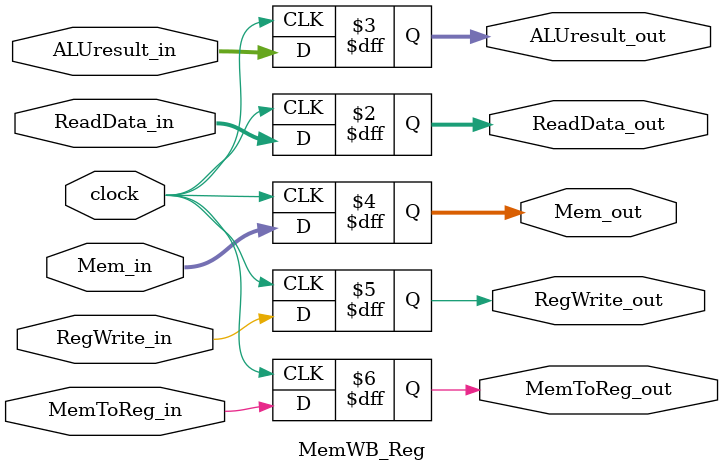
<source format=v>
`timescale 1ns / 1ps


module MemWB_Reg(
    input wire clock,
    input wire[31:0] ReadData_in, ALUresult_in, Mem_in,
    input wire RegWrite_in, MemToReg_in,
    output reg [31:0] ReadData_out, ALUresult_out, Mem_out,
    output reg RegWrite_out, MemToReg_out
    );
    
    always@(posedge clock) begin
        ReadData_out = ReadData_in;
        ALUresult_out = ALUresult_in;
        Mem_out = Mem_in;
        
        RegWrite_out = RegWrite_in;
        MemToReg_out = MemToReg_in;
    end
endmodule

</source>
